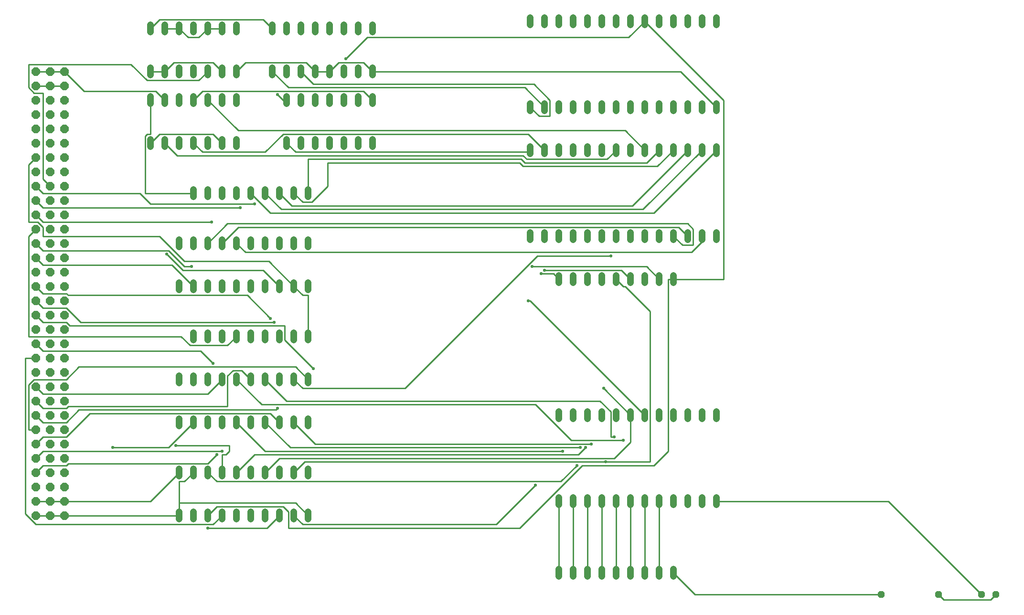
<source format=gbr>
G04 EAGLE Gerber RS-274X export*
G75*
%MOMM*%
%FSLAX34Y34*%
%LPD*%
%INTop Copper*%
%IPPOS*%
%AMOC8*
5,1,8,0,0,1.08239X$1,22.5*%
G01*
%ADD10P,1.649562X8X202.500000*%
%ADD11P,1.319650X8X202.500000*%
%ADD12C,1.219200*%
%ADD13C,0.254000*%
%ADD14C,0.558800*%


D10*
X50800Y177800D03*
X50800Y203200D03*
X50800Y228600D03*
X50800Y254000D03*
X50800Y279400D03*
X50800Y304800D03*
X50800Y330200D03*
X50800Y355600D03*
X50800Y381000D03*
X50800Y406400D03*
X50800Y431800D03*
X50800Y457200D03*
X50800Y482600D03*
X50800Y508000D03*
X50800Y533400D03*
X50800Y558800D03*
X76200Y177800D03*
X76200Y203200D03*
X76200Y228600D03*
X76200Y254000D03*
X76200Y279400D03*
X76200Y304800D03*
X76200Y330200D03*
X76200Y355600D03*
X76200Y381000D03*
X76200Y406400D03*
X76200Y431800D03*
X76200Y457200D03*
X76200Y482600D03*
X76200Y508000D03*
X76200Y533400D03*
X76200Y558800D03*
X101600Y177800D03*
X101600Y203200D03*
X101600Y228600D03*
X101600Y254000D03*
X101600Y279400D03*
X101600Y304800D03*
X101600Y330200D03*
X101600Y355600D03*
X101600Y381000D03*
X101600Y406400D03*
X101600Y431800D03*
X101600Y457200D03*
X101600Y482600D03*
X101600Y508000D03*
X101600Y533400D03*
X101600Y558800D03*
X50800Y584200D03*
X50800Y609600D03*
X50800Y635000D03*
X50800Y660400D03*
X50800Y685800D03*
X50800Y711200D03*
X50800Y736600D03*
X50800Y762000D03*
X50800Y787400D03*
X50800Y812800D03*
X50800Y838200D03*
X50800Y863600D03*
X50800Y889000D03*
X50800Y914400D03*
X50800Y939800D03*
X50800Y965200D03*
X76200Y584200D03*
X76200Y609600D03*
X76200Y635000D03*
X76200Y660400D03*
X76200Y685800D03*
X76200Y711200D03*
X76200Y736600D03*
X76200Y762000D03*
X76200Y787400D03*
X76200Y812800D03*
X76200Y838200D03*
X76200Y863600D03*
X76200Y889000D03*
X76200Y914400D03*
X76200Y939800D03*
X76200Y965200D03*
X101600Y584200D03*
X101600Y609600D03*
X101600Y635000D03*
X101600Y660400D03*
X101600Y685800D03*
X101600Y711200D03*
X101600Y736600D03*
X101600Y762000D03*
X101600Y787400D03*
X101600Y812800D03*
X101600Y838200D03*
X101600Y863600D03*
X101600Y889000D03*
X101600Y914400D03*
X101600Y939800D03*
X101600Y965200D03*
D11*
X1752600Y38100D03*
X1727200Y38100D03*
X1651000Y38100D03*
X1549400Y38100D03*
D12*
X927100Y895604D02*
X927100Y907796D01*
X952500Y907796D02*
X952500Y895604D01*
X977900Y895604D02*
X977900Y907796D01*
X1003300Y907796D02*
X1003300Y895604D01*
X1028700Y895604D02*
X1028700Y907796D01*
X1054100Y907796D02*
X1054100Y895604D01*
X1079500Y895604D02*
X1079500Y907796D01*
X1104900Y907796D02*
X1104900Y895604D01*
X1130300Y895604D02*
X1130300Y907796D01*
X1155700Y907796D02*
X1155700Y895604D01*
X1181100Y895604D02*
X1181100Y907796D01*
X1206500Y907796D02*
X1206500Y895604D01*
X1231900Y895604D02*
X1231900Y907796D01*
X1257300Y907796D02*
X1257300Y895604D01*
X1257300Y1048004D02*
X1257300Y1060196D01*
X1231900Y1060196D02*
X1231900Y1048004D01*
X1206500Y1048004D02*
X1206500Y1060196D01*
X1181100Y1060196D02*
X1181100Y1048004D01*
X1155700Y1048004D02*
X1155700Y1060196D01*
X1130300Y1060196D02*
X1130300Y1048004D01*
X1104900Y1048004D02*
X1104900Y1060196D01*
X1079500Y1060196D02*
X1079500Y1048004D01*
X1054100Y1048004D02*
X1054100Y1060196D01*
X1028700Y1060196D02*
X1028700Y1048004D01*
X1003300Y1048004D02*
X1003300Y1060196D01*
X977900Y1060196D02*
X977900Y1048004D01*
X952500Y1048004D02*
X952500Y1060196D01*
X927100Y1060196D02*
X927100Y1048004D01*
X927100Y679196D02*
X927100Y667004D01*
X952500Y667004D02*
X952500Y679196D01*
X977900Y679196D02*
X977900Y667004D01*
X1003300Y667004D02*
X1003300Y679196D01*
X1028700Y679196D02*
X1028700Y667004D01*
X1054100Y667004D02*
X1054100Y679196D01*
X1079500Y679196D02*
X1079500Y667004D01*
X1104900Y667004D02*
X1104900Y679196D01*
X1130300Y679196D02*
X1130300Y667004D01*
X1155700Y667004D02*
X1155700Y679196D01*
X1181100Y679196D02*
X1181100Y667004D01*
X1206500Y667004D02*
X1206500Y679196D01*
X1231900Y679196D02*
X1231900Y667004D01*
X1257300Y667004D02*
X1257300Y679196D01*
X1257300Y819404D02*
X1257300Y831596D01*
X1231900Y831596D02*
X1231900Y819404D01*
X1206500Y819404D02*
X1206500Y831596D01*
X1181100Y831596D02*
X1181100Y819404D01*
X1155700Y819404D02*
X1155700Y831596D01*
X1130300Y831596D02*
X1130300Y819404D01*
X1104900Y819404D02*
X1104900Y831596D01*
X1079500Y831596D02*
X1079500Y819404D01*
X1054100Y819404D02*
X1054100Y831596D01*
X1028700Y831596D02*
X1028700Y819404D01*
X1003300Y819404D02*
X1003300Y831596D01*
X977900Y831596D02*
X977900Y819404D01*
X952500Y819404D02*
X952500Y831596D01*
X927100Y831596D02*
X927100Y819404D01*
X977900Y209296D02*
X977900Y197104D01*
X1003300Y197104D02*
X1003300Y209296D01*
X1130300Y209296D02*
X1130300Y197104D01*
X1155700Y197104D02*
X1155700Y209296D01*
X1028700Y209296D02*
X1028700Y197104D01*
X1054100Y197104D02*
X1054100Y209296D01*
X1104900Y209296D02*
X1104900Y197104D01*
X1079500Y197104D02*
X1079500Y209296D01*
X1181100Y209296D02*
X1181100Y197104D01*
X1206500Y197104D02*
X1206500Y209296D01*
X1231900Y209296D02*
X1231900Y197104D01*
X1257300Y197104D02*
X1257300Y209296D01*
X1257300Y349504D02*
X1257300Y361696D01*
X1231900Y361696D02*
X1231900Y349504D01*
X1206500Y349504D02*
X1206500Y361696D01*
X1181100Y361696D02*
X1181100Y349504D01*
X1155700Y349504D02*
X1155700Y361696D01*
X1130300Y361696D02*
X1130300Y349504D01*
X1104900Y349504D02*
X1104900Y361696D01*
X1079500Y361696D02*
X1079500Y349504D01*
X1054100Y349504D02*
X1054100Y361696D01*
X1028700Y361696D02*
X1028700Y349504D01*
X1003300Y349504D02*
X1003300Y361696D01*
X977900Y361696D02*
X977900Y349504D01*
X1181100Y82296D02*
X1181100Y70104D01*
X1155700Y70104D02*
X1155700Y82296D01*
X1130300Y82296D02*
X1130300Y70104D01*
X1104900Y70104D02*
X1104900Y82296D01*
X1079500Y82296D02*
X1079500Y70104D01*
X1054100Y70104D02*
X1054100Y82296D01*
X1028700Y82296D02*
X1028700Y70104D01*
X1003300Y70104D02*
X1003300Y82296D01*
X977900Y82296D02*
X977900Y70104D01*
X977900Y590804D02*
X977900Y602996D01*
X1003300Y602996D02*
X1003300Y590804D01*
X1028700Y590804D02*
X1028700Y602996D01*
X1054100Y602996D02*
X1054100Y590804D01*
X1079500Y590804D02*
X1079500Y602996D01*
X1104900Y602996D02*
X1104900Y590804D01*
X1130300Y590804D02*
X1130300Y602996D01*
X1155700Y602996D02*
X1155700Y590804D01*
X1181100Y590804D02*
X1181100Y602996D01*
X254000Y832104D02*
X254000Y844296D01*
X279400Y844296D02*
X279400Y832104D01*
X406400Y832104D02*
X406400Y844296D01*
X406400Y908304D02*
X406400Y920496D01*
X304800Y844296D02*
X304800Y832104D01*
X330200Y832104D02*
X330200Y844296D01*
X381000Y844296D02*
X381000Y832104D01*
X355600Y832104D02*
X355600Y844296D01*
X381000Y908304D02*
X381000Y920496D01*
X355600Y920496D02*
X355600Y908304D01*
X330200Y908304D02*
X330200Y920496D01*
X304800Y920496D02*
X304800Y908304D01*
X279400Y908304D02*
X279400Y920496D01*
X254000Y920496D02*
X254000Y908304D01*
X469900Y959104D02*
X469900Y971296D01*
X495300Y971296D02*
X495300Y959104D01*
X622300Y959104D02*
X622300Y971296D01*
X647700Y971296D02*
X647700Y959104D01*
X520700Y959104D02*
X520700Y971296D01*
X546100Y971296D02*
X546100Y959104D01*
X596900Y959104D02*
X596900Y971296D01*
X571500Y971296D02*
X571500Y959104D01*
X647700Y1035304D02*
X647700Y1047496D01*
X622300Y1047496D02*
X622300Y1035304D01*
X596900Y1035304D02*
X596900Y1047496D01*
X571500Y1047496D02*
X571500Y1035304D01*
X546100Y1035304D02*
X546100Y1047496D01*
X520700Y1047496D02*
X520700Y1035304D01*
X495300Y1035304D02*
X495300Y1047496D01*
X469900Y1047496D02*
X469900Y1035304D01*
X304800Y348996D02*
X304800Y336804D01*
X330200Y336804D02*
X330200Y348996D01*
X457200Y348996D02*
X457200Y336804D01*
X482600Y336804D02*
X482600Y348996D01*
X355600Y348996D02*
X355600Y336804D01*
X381000Y336804D02*
X381000Y348996D01*
X431800Y348996D02*
X431800Y336804D01*
X406400Y336804D02*
X406400Y348996D01*
X508000Y348996D02*
X508000Y336804D01*
X533400Y336804D02*
X533400Y348996D01*
X533400Y413004D02*
X533400Y425196D01*
X508000Y425196D02*
X508000Y413004D01*
X482600Y413004D02*
X482600Y425196D01*
X457200Y425196D02*
X457200Y413004D01*
X431800Y413004D02*
X431800Y425196D01*
X406400Y425196D02*
X406400Y413004D01*
X381000Y413004D02*
X381000Y425196D01*
X355600Y425196D02*
X355600Y413004D01*
X330200Y413004D02*
X330200Y425196D01*
X304800Y425196D02*
X304800Y413004D01*
X304800Y183896D02*
X304800Y171704D01*
X330200Y171704D02*
X330200Y183896D01*
X457200Y183896D02*
X457200Y171704D01*
X482600Y171704D02*
X482600Y183896D01*
X355600Y183896D02*
X355600Y171704D01*
X381000Y171704D02*
X381000Y183896D01*
X431800Y183896D02*
X431800Y171704D01*
X406400Y171704D02*
X406400Y183896D01*
X508000Y183896D02*
X508000Y171704D01*
X533400Y171704D02*
X533400Y183896D01*
X533400Y247904D02*
X533400Y260096D01*
X508000Y260096D02*
X508000Y247904D01*
X482600Y247904D02*
X482600Y260096D01*
X457200Y260096D02*
X457200Y247904D01*
X431800Y247904D02*
X431800Y260096D01*
X406400Y260096D02*
X406400Y247904D01*
X381000Y247904D02*
X381000Y260096D01*
X355600Y260096D02*
X355600Y247904D01*
X330200Y247904D02*
X330200Y260096D01*
X304800Y260096D02*
X304800Y247904D01*
X495300Y832104D02*
X495300Y844296D01*
X520700Y844296D02*
X520700Y832104D01*
X647700Y832104D02*
X647700Y844296D01*
X647700Y908304D02*
X647700Y920496D01*
X546100Y844296D02*
X546100Y832104D01*
X571500Y832104D02*
X571500Y844296D01*
X622300Y844296D02*
X622300Y832104D01*
X596900Y832104D02*
X596900Y844296D01*
X622300Y908304D02*
X622300Y920496D01*
X596900Y920496D02*
X596900Y908304D01*
X571500Y908304D02*
X571500Y920496D01*
X546100Y920496D02*
X546100Y908304D01*
X520700Y908304D02*
X520700Y920496D01*
X495300Y920496D02*
X495300Y908304D01*
X304800Y590296D02*
X304800Y578104D01*
X330200Y578104D02*
X330200Y590296D01*
X457200Y590296D02*
X457200Y578104D01*
X482600Y578104D02*
X482600Y590296D01*
X355600Y590296D02*
X355600Y578104D01*
X381000Y578104D02*
X381000Y590296D01*
X431800Y590296D02*
X431800Y578104D01*
X406400Y578104D02*
X406400Y590296D01*
X508000Y590296D02*
X508000Y578104D01*
X533400Y578104D02*
X533400Y590296D01*
X533400Y654304D02*
X533400Y666496D01*
X508000Y666496D02*
X508000Y654304D01*
X482600Y654304D02*
X482600Y666496D01*
X457200Y666496D02*
X457200Y654304D01*
X431800Y654304D02*
X431800Y666496D01*
X406400Y666496D02*
X406400Y654304D01*
X381000Y654304D02*
X381000Y666496D01*
X355600Y666496D02*
X355600Y654304D01*
X330200Y654304D02*
X330200Y666496D01*
X304800Y666496D02*
X304800Y654304D01*
X330200Y501396D02*
X330200Y489204D01*
X355600Y489204D02*
X355600Y501396D01*
X381000Y501396D02*
X381000Y489204D01*
X406400Y489204D02*
X406400Y501396D01*
X431800Y501396D02*
X431800Y489204D01*
X457200Y489204D02*
X457200Y501396D01*
X482600Y501396D02*
X482600Y489204D01*
X508000Y489204D02*
X508000Y501396D01*
X533400Y501396D02*
X533400Y489204D01*
X330200Y743204D02*
X330200Y755396D01*
X355600Y755396D02*
X355600Y743204D01*
X381000Y743204D02*
X381000Y755396D01*
X406400Y755396D02*
X406400Y743204D01*
X431800Y743204D02*
X431800Y755396D01*
X457200Y755396D02*
X457200Y743204D01*
X482600Y743204D02*
X482600Y755396D01*
X508000Y755396D02*
X508000Y743204D01*
X533400Y743204D02*
X533400Y755396D01*
X254000Y959104D02*
X254000Y971296D01*
X279400Y971296D02*
X279400Y959104D01*
X406400Y959104D02*
X406400Y971296D01*
X406400Y1035304D02*
X406400Y1047496D01*
X304800Y971296D02*
X304800Y959104D01*
X330200Y959104D02*
X330200Y971296D01*
X381000Y971296D02*
X381000Y959104D01*
X355600Y959104D02*
X355600Y971296D01*
X381000Y1035304D02*
X381000Y1047496D01*
X355600Y1047496D02*
X355600Y1035304D01*
X330200Y1035304D02*
X330200Y1047496D01*
X304800Y1047496D02*
X304800Y1035304D01*
X279400Y1035304D02*
X279400Y1047496D01*
X254000Y1047496D02*
X254000Y1035304D01*
D13*
X1562100Y203200D02*
X1727200Y38100D01*
X1562100Y203200D02*
X1257300Y203200D01*
X76200Y965200D02*
X50800Y965200D01*
X76200Y965200D02*
X101600Y965200D01*
X279400Y1041400D02*
X304800Y1041400D01*
X136525Y930275D02*
X101600Y965200D01*
X136525Y930275D02*
X263525Y930275D01*
X279400Y914400D01*
X546100Y965200D02*
X571500Y965200D01*
X587375Y981075D01*
X631825Y981075D01*
X647700Y965200D01*
X381000Y1041400D02*
X355600Y1041400D01*
X530225Y981075D02*
X546100Y965200D01*
X530225Y981075D02*
X422275Y981075D01*
X406400Y965200D01*
X320675Y1025525D02*
X304800Y1041400D01*
X320675Y1025525D02*
X339725Y1025525D01*
X355600Y1041400D01*
X76200Y177800D02*
X50800Y177800D01*
X76200Y177800D02*
X101600Y177800D01*
X304800Y200025D02*
X304800Y238125D01*
X304800Y200025D02*
X304800Y177800D01*
X304800Y238125D02*
X314325Y238125D01*
X330200Y254000D01*
X304800Y177800D02*
X101600Y177800D01*
X511175Y200025D02*
X533400Y177800D01*
X511175Y200025D02*
X304800Y200025D01*
X1193800Y965200D02*
X1257300Y901700D01*
X1193800Y965200D02*
X647700Y965200D01*
X76200Y939800D02*
X50800Y939800D01*
X76200Y939800D02*
X101600Y939800D01*
X454025Y1057275D02*
X469900Y1041400D01*
X454025Y1057275D02*
X269875Y1057275D01*
X254000Y1041400D01*
X76200Y203200D02*
X50800Y203200D01*
X254000Y203200D02*
X304800Y254000D01*
X254000Y203200D02*
X101600Y203200D01*
X76200Y203200D01*
X254000Y854075D02*
X254000Y914400D01*
X254000Y854075D02*
X247650Y854075D01*
X244475Y850900D01*
X244475Y749300D01*
X330200Y749300D01*
X1181100Y76200D02*
X1219200Y38100D01*
X1549400Y38100D01*
X511175Y822325D02*
X495300Y838200D01*
X511175Y822325D02*
X923925Y822325D01*
X927100Y825500D01*
X968375Y606425D02*
X977900Y596900D01*
X968375Y606425D02*
X946150Y606425D01*
X488950Y914400D02*
X479425Y923925D01*
X488950Y914400D02*
X495300Y914400D01*
D14*
X946150Y606425D03*
X479425Y923925D03*
D13*
X63500Y622300D02*
X50800Y635000D01*
X63500Y622300D02*
X292100Y622300D01*
X330200Y584200D01*
X63500Y647700D02*
X50800Y660400D01*
X63500Y647700D02*
X285750Y647700D01*
X314325Y619125D01*
X327025Y619125D01*
D14*
X327025Y619125D03*
D13*
X63500Y698500D02*
X50800Y711200D01*
X63500Y698500D02*
X361950Y698500D01*
D14*
X361950Y698500D03*
D13*
X63500Y723900D02*
X50800Y736600D01*
X63500Y723900D02*
X412750Y723900D01*
D14*
X412750Y723900D03*
D13*
X63500Y749300D02*
X50800Y762000D01*
X63500Y749300D02*
X234950Y749300D01*
X254000Y730250D01*
X438150Y730250D01*
D14*
X438150Y730250D03*
D13*
X311150Y612775D02*
X282575Y641350D01*
X311150Y612775D02*
X454025Y612775D01*
X482600Y584200D01*
D14*
X282575Y641350D03*
D13*
X50800Y685800D02*
X38100Y673100D01*
X38100Y495300D01*
X307975Y495300D01*
X323850Y479425D01*
X390525Y479425D01*
X406400Y495300D01*
X533400Y495300D02*
X533400Y568325D01*
X523875Y568325D01*
X508000Y584200D01*
X50800Y812800D02*
X38100Y800100D01*
X38100Y698500D01*
X53975Y698500D01*
X63500Y688975D01*
X63500Y673100D01*
X269875Y673100D01*
X314325Y628650D01*
X463550Y628650D01*
X508000Y584200D01*
X330200Y342900D02*
X285750Y298450D01*
X187325Y298450D01*
D14*
X187325Y298450D03*
D13*
X355600Y269875D02*
X371475Y285750D01*
X355600Y269875D02*
X107950Y269875D01*
X104775Y266700D01*
X63500Y266700D01*
X50800Y254000D01*
D14*
X371475Y285750D03*
D13*
X381000Y292100D02*
X63500Y292100D01*
X50800Y279400D01*
D14*
X381000Y292100D03*
D13*
X466725Y358775D02*
X482600Y342900D01*
X466725Y358775D02*
X146050Y358775D01*
X104775Y317500D01*
X63500Y317500D01*
X50800Y304800D01*
X511175Y441325D02*
X533400Y419100D01*
X511175Y441325D02*
X127000Y441325D01*
X104775Y419100D01*
X47625Y419100D01*
X38100Y409575D01*
X38100Y330200D01*
X50800Y330200D01*
X476250Y365125D02*
X479425Y368300D01*
X476250Y365125D02*
X127000Y365125D01*
X104775Y342900D01*
X63500Y342900D01*
X50800Y355600D01*
D14*
X479425Y368300D03*
D13*
X431800Y419100D02*
X415925Y434975D01*
X400050Y434975D01*
X390525Y425450D01*
X390525Y371475D01*
X107950Y371475D01*
X104775Y368300D01*
X63500Y368300D01*
X50800Y381000D01*
X355600Y393700D02*
X381000Y419100D01*
X355600Y393700D02*
X63500Y393700D01*
X50800Y406400D01*
X365125Y161925D02*
X381000Y177800D01*
X365125Y161925D02*
X50800Y161925D01*
X31750Y180975D01*
X31750Y457200D01*
X50800Y457200D01*
X342900Y469900D02*
X365125Y447675D01*
X342900Y469900D02*
X63500Y469900D01*
X50800Y482600D01*
D14*
X365125Y447675D03*
D13*
X482600Y177800D02*
X460375Y155575D01*
X355600Y155575D01*
D14*
X355600Y155575D03*
D13*
X542925Y438150D02*
X492125Y488950D01*
X492125Y514350D01*
X111125Y514350D01*
X104775Y520700D01*
X63500Y520700D01*
X50800Y533400D01*
D14*
X542925Y438150D03*
D13*
X473075Y520700D02*
X130175Y520700D01*
X104775Y546100D01*
X63500Y546100D01*
X50800Y558800D01*
D14*
X473075Y520700D03*
D13*
X466725Y527050D02*
X425450Y568325D01*
X107950Y568325D01*
X104775Y571500D01*
X63500Y571500D01*
X50800Y584200D01*
D14*
X466725Y527050D03*
D13*
X381000Y285750D02*
X381000Y254000D01*
X381000Y285750D02*
X387350Y285750D01*
X393700Y292100D01*
X393700Y301625D01*
X298450Y301625D01*
D14*
X298450Y301625D03*
D13*
X76200Y762000D02*
X63500Y774700D01*
X63500Y927100D01*
X47625Y927100D01*
X38100Y936625D01*
X38100Y977900D01*
X219075Y977900D01*
X247650Y949325D01*
X339725Y949325D01*
X355600Y965200D01*
X1651000Y38100D02*
X1660525Y28575D01*
X1743075Y28575D01*
X1752600Y38100D01*
X1155700Y76200D02*
X1155700Y203200D01*
X1130300Y203200D02*
X1130300Y76200D01*
X450850Y374650D02*
X406400Y419100D01*
X450850Y374650D02*
X936625Y374650D01*
X1000125Y311150D01*
X1092200Y311150D01*
D14*
X1092200Y311150D03*
D13*
X495300Y381000D02*
X457200Y419100D01*
X495300Y381000D02*
X1050925Y381000D01*
X1069975Y361950D01*
X1069975Y317500D01*
X1076325Y317500D01*
X1104900Y203200D02*
X1104900Y76200D01*
D14*
X1076325Y317500D03*
D13*
X1079500Y203200D02*
X1079500Y76200D01*
X523875Y403225D02*
X508000Y419100D01*
X523875Y403225D02*
X704850Y403225D01*
X939800Y638175D01*
X1069975Y638175D01*
D14*
X1069975Y638175D03*
D13*
X1054100Y203200D02*
X1054100Y76200D01*
X546100Y304800D02*
X508000Y342900D01*
X546100Y304800D02*
X1035050Y304800D01*
D14*
X1035050Y304800D03*
D13*
X1028700Y203200D02*
X1028700Y76200D01*
X501650Y298450D02*
X457200Y342900D01*
X501650Y298450D02*
X1016000Y298450D01*
D14*
X1016000Y298450D03*
D13*
X1003300Y203200D02*
X1003300Y76200D01*
X457200Y292100D02*
X406400Y342900D01*
X457200Y292100D02*
X984250Y292100D01*
D14*
X984250Y292100D03*
D13*
X977900Y203200D02*
X977900Y76200D01*
X371475Y238125D02*
X355600Y254000D01*
X371475Y238125D02*
X981075Y238125D01*
X1009650Y266700D01*
D14*
X1009650Y266700D03*
D13*
X438150Y285750D02*
X406400Y254000D01*
X438150Y285750D02*
X1012825Y285750D01*
X1025525Y298450D01*
D14*
X1025525Y298450D03*
D13*
X482600Y279400D02*
X457200Y254000D01*
X482600Y279400D02*
X1076325Y279400D01*
X1104900Y307975D01*
X1104900Y355600D01*
X1057275Y403225D01*
D14*
X1057275Y403225D03*
D13*
X527050Y273050D02*
X508000Y254000D01*
X527050Y273050D02*
X1060450Y273050D01*
X1092200Y584200D02*
X1079500Y596900D01*
X1092200Y584200D02*
X1095375Y584200D01*
X1139825Y539750D01*
X1139825Y273050D01*
X1060450Y273050D01*
D14*
X1060450Y273050D03*
D13*
X523875Y161925D02*
X508000Y177800D01*
X523875Y161925D02*
X866775Y161925D01*
X936625Y231775D01*
X1104900Y596900D02*
X1089025Y612775D01*
X952500Y612775D01*
X498475Y936625D02*
X469900Y965200D01*
X498475Y936625D02*
X917575Y936625D01*
X952500Y901700D01*
D14*
X936625Y231775D03*
X952500Y612775D03*
D13*
X542925Y942975D02*
X520700Y965200D01*
X542925Y942975D02*
X933450Y942975D01*
X962025Y914400D01*
X962025Y885825D01*
X942975Y885825D01*
X927100Y901700D01*
X1133475Y619125D02*
X1155700Y596900D01*
X1133475Y619125D02*
X930275Y619125D01*
D14*
X930275Y619125D03*
D13*
X600075Y987425D02*
X638175Y1025525D01*
X1101725Y1025525D01*
X1130300Y1054100D01*
X371475Y193675D02*
X355600Y177800D01*
X371475Y193675D02*
X488950Y193675D01*
X498475Y184150D01*
X498475Y155575D01*
X908050Y155575D01*
X1019175Y266700D01*
X1146175Y266700D01*
X1171575Y292100D01*
X1171575Y596900D01*
X1181100Y596900D01*
X1270000Y914400D02*
X1130300Y1054100D01*
X1270000Y914400D02*
X1270000Y596900D01*
X1181100Y596900D01*
D14*
X600075Y987425D03*
D13*
X390525Y695325D02*
X355600Y660400D01*
X390525Y695325D02*
X1206500Y695325D01*
X1216025Y685800D01*
X1216025Y657225D01*
X1196975Y657225D01*
X1181100Y673100D01*
X409575Y688975D02*
X381000Y660400D01*
X409575Y688975D02*
X1190625Y688975D01*
X1206500Y673100D01*
X422275Y644525D02*
X406400Y660400D01*
X422275Y644525D02*
X1212850Y644525D01*
X1231900Y663575D01*
X1231900Y673100D01*
X466725Y714375D02*
X431800Y749300D01*
X466725Y714375D02*
X1146175Y714375D01*
X1257300Y825500D01*
X485775Y720725D02*
X457200Y749300D01*
X485775Y720725D02*
X1127125Y720725D01*
X1231900Y825500D01*
X504825Y727075D02*
X482600Y749300D01*
X504825Y727075D02*
X1108075Y727075D01*
X1206500Y825500D01*
X523875Y733425D02*
X508000Y749300D01*
X523875Y733425D02*
X539750Y733425D01*
X568325Y762000D01*
X568325Y803275D01*
X908050Y803275D01*
X914400Y796925D01*
X1152525Y796925D01*
X1181100Y825500D01*
X533400Y809625D02*
X533400Y749300D01*
X533400Y809625D02*
X911225Y809625D01*
X917575Y803275D01*
X1133475Y803275D01*
X1155700Y825500D01*
X301625Y815975D02*
X279400Y838200D01*
X301625Y815975D02*
X914400Y815975D01*
X920750Y809625D01*
X1063625Y809625D01*
X1079500Y825500D01*
X346075Y822325D02*
X330200Y838200D01*
X346075Y822325D02*
X457200Y822325D01*
X488950Y854075D01*
X923925Y854075D01*
X952500Y825500D01*
X269875Y854075D02*
X254000Y838200D01*
X269875Y854075D02*
X365125Y854075D01*
X381000Y838200D01*
X409575Y860425D02*
X355600Y914400D01*
X409575Y860425D02*
X1095375Y860425D01*
X1130300Y825500D01*
X927100Y558800D02*
X1130300Y355600D01*
X927100Y558800D02*
X923925Y558800D01*
D14*
X923925Y558800D03*
D13*
X346075Y930275D02*
X330200Y914400D01*
X346075Y930275D02*
X631825Y930275D01*
X647700Y914400D01*
X279400Y965200D02*
X254000Y965200D01*
X365125Y981075D02*
X381000Y965200D01*
X365125Y981075D02*
X295275Y981075D01*
X279400Y965200D01*
M02*

</source>
